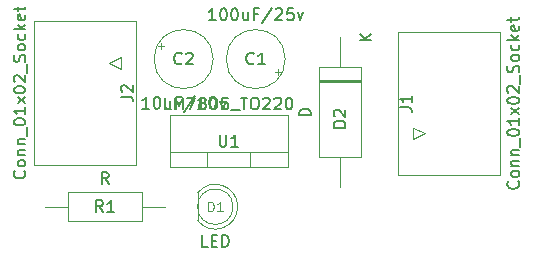
<source format=gbr>
G04 #@! TF.GenerationSoftware,KiCad,Pcbnew,9.0.7-1.fc43*
G04 #@! TF.CreationDate,2026-02-20T23:12:54+05:30*
G04 #@! TF.ProjectId,7805 voltage regulator,37383035-2076-46f6-9c74-616765207265,rev?*
G04 #@! TF.SameCoordinates,Original*
G04 #@! TF.FileFunction,AssemblyDrawing,Top*
%FSLAX46Y46*%
G04 Gerber Fmt 4.6, Leading zero omitted, Abs format (unit mm)*
G04 Created by KiCad (PCBNEW 9.0.7-1.fc43) date 2026-02-20 23:12:54*
%MOMM*%
%LPD*%
G01*
G04 APERTURE LIST*
%ADD10C,0.150000*%
%ADD11C,0.120000*%
%ADD12C,0.100000*%
G04 APERTURE END LIST*
D10*
X123134819Y-98261904D02*
X122134819Y-98261904D01*
X122134819Y-98261904D02*
X122134819Y-98023809D01*
X122134819Y-98023809D02*
X122182438Y-97880952D01*
X122182438Y-97880952D02*
X122277676Y-97785714D01*
X122277676Y-97785714D02*
X122372914Y-97738095D01*
X122372914Y-97738095D02*
X122563390Y-97690476D01*
X122563390Y-97690476D02*
X122706247Y-97690476D01*
X122706247Y-97690476D02*
X122896723Y-97738095D01*
X122896723Y-97738095D02*
X122991961Y-97785714D01*
X122991961Y-97785714D02*
X123087200Y-97880952D01*
X123087200Y-97880952D02*
X123134819Y-98023809D01*
X123134819Y-98023809D02*
X123134819Y-98261904D01*
X126054819Y-99308094D02*
X125054819Y-99308094D01*
X125054819Y-99308094D02*
X125054819Y-99069999D01*
X125054819Y-99069999D02*
X125102438Y-98927142D01*
X125102438Y-98927142D02*
X125197676Y-98831904D01*
X125197676Y-98831904D02*
X125292914Y-98784285D01*
X125292914Y-98784285D02*
X125483390Y-98736666D01*
X125483390Y-98736666D02*
X125626247Y-98736666D01*
X125626247Y-98736666D02*
X125816723Y-98784285D01*
X125816723Y-98784285D02*
X125911961Y-98831904D01*
X125911961Y-98831904D02*
X126007200Y-98927142D01*
X126007200Y-98927142D02*
X126054819Y-99069999D01*
X126054819Y-99069999D02*
X126054819Y-99308094D01*
X125150057Y-98355713D02*
X125102438Y-98308094D01*
X125102438Y-98308094D02*
X125054819Y-98212856D01*
X125054819Y-98212856D02*
X125054819Y-97974761D01*
X125054819Y-97974761D02*
X125102438Y-97879523D01*
X125102438Y-97879523D02*
X125150057Y-97831904D01*
X125150057Y-97831904D02*
X125245295Y-97784285D01*
X125245295Y-97784285D02*
X125340533Y-97784285D01*
X125340533Y-97784285D02*
X125483390Y-97831904D01*
X125483390Y-97831904D02*
X126054819Y-98403332D01*
X126054819Y-98403332D02*
X126054819Y-97784285D01*
X128254819Y-91911904D02*
X127254819Y-91911904D01*
X128254819Y-91340476D02*
X127683390Y-91769047D01*
X127254819Y-91340476D02*
X127826247Y-91911904D01*
X114387142Y-109414819D02*
X113910952Y-109414819D01*
X113910952Y-109414819D02*
X113910952Y-108414819D01*
X114720476Y-108891009D02*
X115053809Y-108891009D01*
X115196666Y-109414819D02*
X114720476Y-109414819D01*
X114720476Y-109414819D02*
X114720476Y-108414819D01*
X114720476Y-108414819D02*
X115196666Y-108414819D01*
X115625238Y-109414819D02*
X115625238Y-108414819D01*
X115625238Y-108414819D02*
X115863333Y-108414819D01*
X115863333Y-108414819D02*
X116006190Y-108462438D01*
X116006190Y-108462438D02*
X116101428Y-108557676D01*
X116101428Y-108557676D02*
X116149047Y-108652914D01*
X116149047Y-108652914D02*
X116196666Y-108843390D01*
X116196666Y-108843390D02*
X116196666Y-108986247D01*
X116196666Y-108986247D02*
X116149047Y-109176723D01*
X116149047Y-109176723D02*
X116101428Y-109271961D01*
X116101428Y-109271961D02*
X116006190Y-109367200D01*
X116006190Y-109367200D02*
X115863333Y-109414819D01*
X115863333Y-109414819D02*
X115625238Y-109414819D01*
D11*
X114439524Y-106363855D02*
X114439524Y-105563855D01*
X114439524Y-105563855D02*
X114630000Y-105563855D01*
X114630000Y-105563855D02*
X114744286Y-105601950D01*
X114744286Y-105601950D02*
X114820476Y-105678140D01*
X114820476Y-105678140D02*
X114858571Y-105754331D01*
X114858571Y-105754331D02*
X114896667Y-105906712D01*
X114896667Y-105906712D02*
X114896667Y-106020998D01*
X114896667Y-106020998D02*
X114858571Y-106173379D01*
X114858571Y-106173379D02*
X114820476Y-106249569D01*
X114820476Y-106249569D02*
X114744286Y-106325760D01*
X114744286Y-106325760D02*
X114630000Y-106363855D01*
X114630000Y-106363855D02*
X114439524Y-106363855D01*
X115658571Y-106363855D02*
X115201428Y-106363855D01*
X115430000Y-106363855D02*
X115430000Y-105563855D01*
X115430000Y-105563855D02*
X115353809Y-105678140D01*
X115353809Y-105678140D02*
X115277619Y-105754331D01*
X115277619Y-105754331D02*
X115201428Y-105792426D01*
D10*
X98859580Y-102955239D02*
X98907200Y-103002858D01*
X98907200Y-103002858D02*
X98954819Y-103145715D01*
X98954819Y-103145715D02*
X98954819Y-103240953D01*
X98954819Y-103240953D02*
X98907200Y-103383810D01*
X98907200Y-103383810D02*
X98811961Y-103479048D01*
X98811961Y-103479048D02*
X98716723Y-103526667D01*
X98716723Y-103526667D02*
X98526247Y-103574286D01*
X98526247Y-103574286D02*
X98383390Y-103574286D01*
X98383390Y-103574286D02*
X98192914Y-103526667D01*
X98192914Y-103526667D02*
X98097676Y-103479048D01*
X98097676Y-103479048D02*
X98002438Y-103383810D01*
X98002438Y-103383810D02*
X97954819Y-103240953D01*
X97954819Y-103240953D02*
X97954819Y-103145715D01*
X97954819Y-103145715D02*
X98002438Y-103002858D01*
X98002438Y-103002858D02*
X98050057Y-102955239D01*
X98954819Y-102383810D02*
X98907200Y-102479048D01*
X98907200Y-102479048D02*
X98859580Y-102526667D01*
X98859580Y-102526667D02*
X98764342Y-102574286D01*
X98764342Y-102574286D02*
X98478628Y-102574286D01*
X98478628Y-102574286D02*
X98383390Y-102526667D01*
X98383390Y-102526667D02*
X98335771Y-102479048D01*
X98335771Y-102479048D02*
X98288152Y-102383810D01*
X98288152Y-102383810D02*
X98288152Y-102240953D01*
X98288152Y-102240953D02*
X98335771Y-102145715D01*
X98335771Y-102145715D02*
X98383390Y-102098096D01*
X98383390Y-102098096D02*
X98478628Y-102050477D01*
X98478628Y-102050477D02*
X98764342Y-102050477D01*
X98764342Y-102050477D02*
X98859580Y-102098096D01*
X98859580Y-102098096D02*
X98907200Y-102145715D01*
X98907200Y-102145715D02*
X98954819Y-102240953D01*
X98954819Y-102240953D02*
X98954819Y-102383810D01*
X98288152Y-101621905D02*
X98954819Y-101621905D01*
X98383390Y-101621905D02*
X98335771Y-101574286D01*
X98335771Y-101574286D02*
X98288152Y-101479048D01*
X98288152Y-101479048D02*
X98288152Y-101336191D01*
X98288152Y-101336191D02*
X98335771Y-101240953D01*
X98335771Y-101240953D02*
X98431009Y-101193334D01*
X98431009Y-101193334D02*
X98954819Y-101193334D01*
X98288152Y-100717143D02*
X98954819Y-100717143D01*
X98383390Y-100717143D02*
X98335771Y-100669524D01*
X98335771Y-100669524D02*
X98288152Y-100574286D01*
X98288152Y-100574286D02*
X98288152Y-100431429D01*
X98288152Y-100431429D02*
X98335771Y-100336191D01*
X98335771Y-100336191D02*
X98431009Y-100288572D01*
X98431009Y-100288572D02*
X98954819Y-100288572D01*
X99050057Y-100050477D02*
X99050057Y-99288572D01*
X97954819Y-98860000D02*
X97954819Y-98764762D01*
X97954819Y-98764762D02*
X98002438Y-98669524D01*
X98002438Y-98669524D02*
X98050057Y-98621905D01*
X98050057Y-98621905D02*
X98145295Y-98574286D01*
X98145295Y-98574286D02*
X98335771Y-98526667D01*
X98335771Y-98526667D02*
X98573866Y-98526667D01*
X98573866Y-98526667D02*
X98764342Y-98574286D01*
X98764342Y-98574286D02*
X98859580Y-98621905D01*
X98859580Y-98621905D02*
X98907200Y-98669524D01*
X98907200Y-98669524D02*
X98954819Y-98764762D01*
X98954819Y-98764762D02*
X98954819Y-98860000D01*
X98954819Y-98860000D02*
X98907200Y-98955238D01*
X98907200Y-98955238D02*
X98859580Y-99002857D01*
X98859580Y-99002857D02*
X98764342Y-99050476D01*
X98764342Y-99050476D02*
X98573866Y-99098095D01*
X98573866Y-99098095D02*
X98335771Y-99098095D01*
X98335771Y-99098095D02*
X98145295Y-99050476D01*
X98145295Y-99050476D02*
X98050057Y-99002857D01*
X98050057Y-99002857D02*
X98002438Y-98955238D01*
X98002438Y-98955238D02*
X97954819Y-98860000D01*
X98954819Y-97574286D02*
X98954819Y-98145714D01*
X98954819Y-97860000D02*
X97954819Y-97860000D01*
X97954819Y-97860000D02*
X98097676Y-97955238D01*
X98097676Y-97955238D02*
X98192914Y-98050476D01*
X98192914Y-98050476D02*
X98240533Y-98145714D01*
X98954819Y-97240952D02*
X98288152Y-96717143D01*
X98288152Y-97240952D02*
X98954819Y-96717143D01*
X97954819Y-96145714D02*
X97954819Y-96050476D01*
X97954819Y-96050476D02*
X98002438Y-95955238D01*
X98002438Y-95955238D02*
X98050057Y-95907619D01*
X98050057Y-95907619D02*
X98145295Y-95860000D01*
X98145295Y-95860000D02*
X98335771Y-95812381D01*
X98335771Y-95812381D02*
X98573866Y-95812381D01*
X98573866Y-95812381D02*
X98764342Y-95860000D01*
X98764342Y-95860000D02*
X98859580Y-95907619D01*
X98859580Y-95907619D02*
X98907200Y-95955238D01*
X98907200Y-95955238D02*
X98954819Y-96050476D01*
X98954819Y-96050476D02*
X98954819Y-96145714D01*
X98954819Y-96145714D02*
X98907200Y-96240952D01*
X98907200Y-96240952D02*
X98859580Y-96288571D01*
X98859580Y-96288571D02*
X98764342Y-96336190D01*
X98764342Y-96336190D02*
X98573866Y-96383809D01*
X98573866Y-96383809D02*
X98335771Y-96383809D01*
X98335771Y-96383809D02*
X98145295Y-96336190D01*
X98145295Y-96336190D02*
X98050057Y-96288571D01*
X98050057Y-96288571D02*
X98002438Y-96240952D01*
X98002438Y-96240952D02*
X97954819Y-96145714D01*
X98050057Y-95431428D02*
X98002438Y-95383809D01*
X98002438Y-95383809D02*
X97954819Y-95288571D01*
X97954819Y-95288571D02*
X97954819Y-95050476D01*
X97954819Y-95050476D02*
X98002438Y-94955238D01*
X98002438Y-94955238D02*
X98050057Y-94907619D01*
X98050057Y-94907619D02*
X98145295Y-94860000D01*
X98145295Y-94860000D02*
X98240533Y-94860000D01*
X98240533Y-94860000D02*
X98383390Y-94907619D01*
X98383390Y-94907619D02*
X98954819Y-95479047D01*
X98954819Y-95479047D02*
X98954819Y-94860000D01*
X99050057Y-94669524D02*
X99050057Y-93907619D01*
X98907200Y-93717142D02*
X98954819Y-93574285D01*
X98954819Y-93574285D02*
X98954819Y-93336190D01*
X98954819Y-93336190D02*
X98907200Y-93240952D01*
X98907200Y-93240952D02*
X98859580Y-93193333D01*
X98859580Y-93193333D02*
X98764342Y-93145714D01*
X98764342Y-93145714D02*
X98669104Y-93145714D01*
X98669104Y-93145714D02*
X98573866Y-93193333D01*
X98573866Y-93193333D02*
X98526247Y-93240952D01*
X98526247Y-93240952D02*
X98478628Y-93336190D01*
X98478628Y-93336190D02*
X98431009Y-93526666D01*
X98431009Y-93526666D02*
X98383390Y-93621904D01*
X98383390Y-93621904D02*
X98335771Y-93669523D01*
X98335771Y-93669523D02*
X98240533Y-93717142D01*
X98240533Y-93717142D02*
X98145295Y-93717142D01*
X98145295Y-93717142D02*
X98050057Y-93669523D01*
X98050057Y-93669523D02*
X98002438Y-93621904D01*
X98002438Y-93621904D02*
X97954819Y-93526666D01*
X97954819Y-93526666D02*
X97954819Y-93288571D01*
X97954819Y-93288571D02*
X98002438Y-93145714D01*
X98954819Y-92574285D02*
X98907200Y-92669523D01*
X98907200Y-92669523D02*
X98859580Y-92717142D01*
X98859580Y-92717142D02*
X98764342Y-92764761D01*
X98764342Y-92764761D02*
X98478628Y-92764761D01*
X98478628Y-92764761D02*
X98383390Y-92717142D01*
X98383390Y-92717142D02*
X98335771Y-92669523D01*
X98335771Y-92669523D02*
X98288152Y-92574285D01*
X98288152Y-92574285D02*
X98288152Y-92431428D01*
X98288152Y-92431428D02*
X98335771Y-92336190D01*
X98335771Y-92336190D02*
X98383390Y-92288571D01*
X98383390Y-92288571D02*
X98478628Y-92240952D01*
X98478628Y-92240952D02*
X98764342Y-92240952D01*
X98764342Y-92240952D02*
X98859580Y-92288571D01*
X98859580Y-92288571D02*
X98907200Y-92336190D01*
X98907200Y-92336190D02*
X98954819Y-92431428D01*
X98954819Y-92431428D02*
X98954819Y-92574285D01*
X98907200Y-91383809D02*
X98954819Y-91479047D01*
X98954819Y-91479047D02*
X98954819Y-91669523D01*
X98954819Y-91669523D02*
X98907200Y-91764761D01*
X98907200Y-91764761D02*
X98859580Y-91812380D01*
X98859580Y-91812380D02*
X98764342Y-91859999D01*
X98764342Y-91859999D02*
X98478628Y-91859999D01*
X98478628Y-91859999D02*
X98383390Y-91812380D01*
X98383390Y-91812380D02*
X98335771Y-91764761D01*
X98335771Y-91764761D02*
X98288152Y-91669523D01*
X98288152Y-91669523D02*
X98288152Y-91479047D01*
X98288152Y-91479047D02*
X98335771Y-91383809D01*
X98954819Y-90955237D02*
X97954819Y-90955237D01*
X98573866Y-90859999D02*
X98954819Y-90574285D01*
X98288152Y-90574285D02*
X98669104Y-90955237D01*
X98907200Y-89764761D02*
X98954819Y-89859999D01*
X98954819Y-89859999D02*
X98954819Y-90050475D01*
X98954819Y-90050475D02*
X98907200Y-90145713D01*
X98907200Y-90145713D02*
X98811961Y-90193332D01*
X98811961Y-90193332D02*
X98431009Y-90193332D01*
X98431009Y-90193332D02*
X98335771Y-90145713D01*
X98335771Y-90145713D02*
X98288152Y-90050475D01*
X98288152Y-90050475D02*
X98288152Y-89859999D01*
X98288152Y-89859999D02*
X98335771Y-89764761D01*
X98335771Y-89764761D02*
X98431009Y-89717142D01*
X98431009Y-89717142D02*
X98526247Y-89717142D01*
X98526247Y-89717142D02*
X98621485Y-90193332D01*
X98288152Y-89431427D02*
X98288152Y-89050475D01*
X97954819Y-89288570D02*
X98811961Y-89288570D01*
X98811961Y-89288570D02*
X98907200Y-89240951D01*
X98907200Y-89240951D02*
X98954819Y-89145713D01*
X98954819Y-89145713D02*
X98954819Y-89050475D01*
X107054819Y-96693333D02*
X107769104Y-96693333D01*
X107769104Y-96693333D02*
X107911961Y-96740952D01*
X107911961Y-96740952D02*
X108007200Y-96836190D01*
X108007200Y-96836190D02*
X108054819Y-96979047D01*
X108054819Y-96979047D02*
X108054819Y-97074285D01*
X107150057Y-96264761D02*
X107102438Y-96217142D01*
X107102438Y-96217142D02*
X107054819Y-96121904D01*
X107054819Y-96121904D02*
X107054819Y-95883809D01*
X107054819Y-95883809D02*
X107102438Y-95788571D01*
X107102438Y-95788571D02*
X107150057Y-95740952D01*
X107150057Y-95740952D02*
X107245295Y-95693333D01*
X107245295Y-95693333D02*
X107340533Y-95693333D01*
X107340533Y-95693333D02*
X107483390Y-95740952D01*
X107483390Y-95740952D02*
X108054819Y-96312380D01*
X108054819Y-96312380D02*
X108054819Y-95693333D01*
X105989523Y-104084819D02*
X105656190Y-103608628D01*
X105418095Y-104084819D02*
X105418095Y-103084819D01*
X105418095Y-103084819D02*
X105799047Y-103084819D01*
X105799047Y-103084819D02*
X105894285Y-103132438D01*
X105894285Y-103132438D02*
X105941904Y-103180057D01*
X105941904Y-103180057D02*
X105989523Y-103275295D01*
X105989523Y-103275295D02*
X105989523Y-103418152D01*
X105989523Y-103418152D02*
X105941904Y-103513390D01*
X105941904Y-103513390D02*
X105894285Y-103561009D01*
X105894285Y-103561009D02*
X105799047Y-103608628D01*
X105799047Y-103608628D02*
X105418095Y-103608628D01*
X105513333Y-106454819D02*
X105180000Y-105978628D01*
X104941905Y-106454819D02*
X104941905Y-105454819D01*
X104941905Y-105454819D02*
X105322857Y-105454819D01*
X105322857Y-105454819D02*
X105418095Y-105502438D01*
X105418095Y-105502438D02*
X105465714Y-105550057D01*
X105465714Y-105550057D02*
X105513333Y-105645295D01*
X105513333Y-105645295D02*
X105513333Y-105788152D01*
X105513333Y-105788152D02*
X105465714Y-105883390D01*
X105465714Y-105883390D02*
X105418095Y-105931009D01*
X105418095Y-105931009D02*
X105322857Y-105978628D01*
X105322857Y-105978628D02*
X104941905Y-105978628D01*
X106465714Y-106454819D02*
X105894286Y-106454819D01*
X106180000Y-106454819D02*
X106180000Y-105454819D01*
X106180000Y-105454819D02*
X106084762Y-105597676D01*
X106084762Y-105597676D02*
X105989524Y-105692914D01*
X105989524Y-105692914D02*
X105894286Y-105740533D01*
X140659580Y-103855239D02*
X140707200Y-103902858D01*
X140707200Y-103902858D02*
X140754819Y-104045715D01*
X140754819Y-104045715D02*
X140754819Y-104140953D01*
X140754819Y-104140953D02*
X140707200Y-104283810D01*
X140707200Y-104283810D02*
X140611961Y-104379048D01*
X140611961Y-104379048D02*
X140516723Y-104426667D01*
X140516723Y-104426667D02*
X140326247Y-104474286D01*
X140326247Y-104474286D02*
X140183390Y-104474286D01*
X140183390Y-104474286D02*
X139992914Y-104426667D01*
X139992914Y-104426667D02*
X139897676Y-104379048D01*
X139897676Y-104379048D02*
X139802438Y-104283810D01*
X139802438Y-104283810D02*
X139754819Y-104140953D01*
X139754819Y-104140953D02*
X139754819Y-104045715D01*
X139754819Y-104045715D02*
X139802438Y-103902858D01*
X139802438Y-103902858D02*
X139850057Y-103855239D01*
X140754819Y-103283810D02*
X140707200Y-103379048D01*
X140707200Y-103379048D02*
X140659580Y-103426667D01*
X140659580Y-103426667D02*
X140564342Y-103474286D01*
X140564342Y-103474286D02*
X140278628Y-103474286D01*
X140278628Y-103474286D02*
X140183390Y-103426667D01*
X140183390Y-103426667D02*
X140135771Y-103379048D01*
X140135771Y-103379048D02*
X140088152Y-103283810D01*
X140088152Y-103283810D02*
X140088152Y-103140953D01*
X140088152Y-103140953D02*
X140135771Y-103045715D01*
X140135771Y-103045715D02*
X140183390Y-102998096D01*
X140183390Y-102998096D02*
X140278628Y-102950477D01*
X140278628Y-102950477D02*
X140564342Y-102950477D01*
X140564342Y-102950477D02*
X140659580Y-102998096D01*
X140659580Y-102998096D02*
X140707200Y-103045715D01*
X140707200Y-103045715D02*
X140754819Y-103140953D01*
X140754819Y-103140953D02*
X140754819Y-103283810D01*
X140088152Y-102521905D02*
X140754819Y-102521905D01*
X140183390Y-102521905D02*
X140135771Y-102474286D01*
X140135771Y-102474286D02*
X140088152Y-102379048D01*
X140088152Y-102379048D02*
X140088152Y-102236191D01*
X140088152Y-102236191D02*
X140135771Y-102140953D01*
X140135771Y-102140953D02*
X140231009Y-102093334D01*
X140231009Y-102093334D02*
X140754819Y-102093334D01*
X140088152Y-101617143D02*
X140754819Y-101617143D01*
X140183390Y-101617143D02*
X140135771Y-101569524D01*
X140135771Y-101569524D02*
X140088152Y-101474286D01*
X140088152Y-101474286D02*
X140088152Y-101331429D01*
X140088152Y-101331429D02*
X140135771Y-101236191D01*
X140135771Y-101236191D02*
X140231009Y-101188572D01*
X140231009Y-101188572D02*
X140754819Y-101188572D01*
X140850057Y-100950477D02*
X140850057Y-100188572D01*
X139754819Y-99760000D02*
X139754819Y-99664762D01*
X139754819Y-99664762D02*
X139802438Y-99569524D01*
X139802438Y-99569524D02*
X139850057Y-99521905D01*
X139850057Y-99521905D02*
X139945295Y-99474286D01*
X139945295Y-99474286D02*
X140135771Y-99426667D01*
X140135771Y-99426667D02*
X140373866Y-99426667D01*
X140373866Y-99426667D02*
X140564342Y-99474286D01*
X140564342Y-99474286D02*
X140659580Y-99521905D01*
X140659580Y-99521905D02*
X140707200Y-99569524D01*
X140707200Y-99569524D02*
X140754819Y-99664762D01*
X140754819Y-99664762D02*
X140754819Y-99760000D01*
X140754819Y-99760000D02*
X140707200Y-99855238D01*
X140707200Y-99855238D02*
X140659580Y-99902857D01*
X140659580Y-99902857D02*
X140564342Y-99950476D01*
X140564342Y-99950476D02*
X140373866Y-99998095D01*
X140373866Y-99998095D02*
X140135771Y-99998095D01*
X140135771Y-99998095D02*
X139945295Y-99950476D01*
X139945295Y-99950476D02*
X139850057Y-99902857D01*
X139850057Y-99902857D02*
X139802438Y-99855238D01*
X139802438Y-99855238D02*
X139754819Y-99760000D01*
X140754819Y-98474286D02*
X140754819Y-99045714D01*
X140754819Y-98760000D02*
X139754819Y-98760000D01*
X139754819Y-98760000D02*
X139897676Y-98855238D01*
X139897676Y-98855238D02*
X139992914Y-98950476D01*
X139992914Y-98950476D02*
X140040533Y-99045714D01*
X140754819Y-98140952D02*
X140088152Y-97617143D01*
X140088152Y-98140952D02*
X140754819Y-97617143D01*
X139754819Y-97045714D02*
X139754819Y-96950476D01*
X139754819Y-96950476D02*
X139802438Y-96855238D01*
X139802438Y-96855238D02*
X139850057Y-96807619D01*
X139850057Y-96807619D02*
X139945295Y-96760000D01*
X139945295Y-96760000D02*
X140135771Y-96712381D01*
X140135771Y-96712381D02*
X140373866Y-96712381D01*
X140373866Y-96712381D02*
X140564342Y-96760000D01*
X140564342Y-96760000D02*
X140659580Y-96807619D01*
X140659580Y-96807619D02*
X140707200Y-96855238D01*
X140707200Y-96855238D02*
X140754819Y-96950476D01*
X140754819Y-96950476D02*
X140754819Y-97045714D01*
X140754819Y-97045714D02*
X140707200Y-97140952D01*
X140707200Y-97140952D02*
X140659580Y-97188571D01*
X140659580Y-97188571D02*
X140564342Y-97236190D01*
X140564342Y-97236190D02*
X140373866Y-97283809D01*
X140373866Y-97283809D02*
X140135771Y-97283809D01*
X140135771Y-97283809D02*
X139945295Y-97236190D01*
X139945295Y-97236190D02*
X139850057Y-97188571D01*
X139850057Y-97188571D02*
X139802438Y-97140952D01*
X139802438Y-97140952D02*
X139754819Y-97045714D01*
X139850057Y-96331428D02*
X139802438Y-96283809D01*
X139802438Y-96283809D02*
X139754819Y-96188571D01*
X139754819Y-96188571D02*
X139754819Y-95950476D01*
X139754819Y-95950476D02*
X139802438Y-95855238D01*
X139802438Y-95855238D02*
X139850057Y-95807619D01*
X139850057Y-95807619D02*
X139945295Y-95760000D01*
X139945295Y-95760000D02*
X140040533Y-95760000D01*
X140040533Y-95760000D02*
X140183390Y-95807619D01*
X140183390Y-95807619D02*
X140754819Y-96379047D01*
X140754819Y-96379047D02*
X140754819Y-95760000D01*
X140850057Y-95569524D02*
X140850057Y-94807619D01*
X140707200Y-94617142D02*
X140754819Y-94474285D01*
X140754819Y-94474285D02*
X140754819Y-94236190D01*
X140754819Y-94236190D02*
X140707200Y-94140952D01*
X140707200Y-94140952D02*
X140659580Y-94093333D01*
X140659580Y-94093333D02*
X140564342Y-94045714D01*
X140564342Y-94045714D02*
X140469104Y-94045714D01*
X140469104Y-94045714D02*
X140373866Y-94093333D01*
X140373866Y-94093333D02*
X140326247Y-94140952D01*
X140326247Y-94140952D02*
X140278628Y-94236190D01*
X140278628Y-94236190D02*
X140231009Y-94426666D01*
X140231009Y-94426666D02*
X140183390Y-94521904D01*
X140183390Y-94521904D02*
X140135771Y-94569523D01*
X140135771Y-94569523D02*
X140040533Y-94617142D01*
X140040533Y-94617142D02*
X139945295Y-94617142D01*
X139945295Y-94617142D02*
X139850057Y-94569523D01*
X139850057Y-94569523D02*
X139802438Y-94521904D01*
X139802438Y-94521904D02*
X139754819Y-94426666D01*
X139754819Y-94426666D02*
X139754819Y-94188571D01*
X139754819Y-94188571D02*
X139802438Y-94045714D01*
X140754819Y-93474285D02*
X140707200Y-93569523D01*
X140707200Y-93569523D02*
X140659580Y-93617142D01*
X140659580Y-93617142D02*
X140564342Y-93664761D01*
X140564342Y-93664761D02*
X140278628Y-93664761D01*
X140278628Y-93664761D02*
X140183390Y-93617142D01*
X140183390Y-93617142D02*
X140135771Y-93569523D01*
X140135771Y-93569523D02*
X140088152Y-93474285D01*
X140088152Y-93474285D02*
X140088152Y-93331428D01*
X140088152Y-93331428D02*
X140135771Y-93236190D01*
X140135771Y-93236190D02*
X140183390Y-93188571D01*
X140183390Y-93188571D02*
X140278628Y-93140952D01*
X140278628Y-93140952D02*
X140564342Y-93140952D01*
X140564342Y-93140952D02*
X140659580Y-93188571D01*
X140659580Y-93188571D02*
X140707200Y-93236190D01*
X140707200Y-93236190D02*
X140754819Y-93331428D01*
X140754819Y-93331428D02*
X140754819Y-93474285D01*
X140707200Y-92283809D02*
X140754819Y-92379047D01*
X140754819Y-92379047D02*
X140754819Y-92569523D01*
X140754819Y-92569523D02*
X140707200Y-92664761D01*
X140707200Y-92664761D02*
X140659580Y-92712380D01*
X140659580Y-92712380D02*
X140564342Y-92759999D01*
X140564342Y-92759999D02*
X140278628Y-92759999D01*
X140278628Y-92759999D02*
X140183390Y-92712380D01*
X140183390Y-92712380D02*
X140135771Y-92664761D01*
X140135771Y-92664761D02*
X140088152Y-92569523D01*
X140088152Y-92569523D02*
X140088152Y-92379047D01*
X140088152Y-92379047D02*
X140135771Y-92283809D01*
X140754819Y-91855237D02*
X139754819Y-91855237D01*
X140373866Y-91759999D02*
X140754819Y-91474285D01*
X140088152Y-91474285D02*
X140469104Y-91855237D01*
X140707200Y-90664761D02*
X140754819Y-90759999D01*
X140754819Y-90759999D02*
X140754819Y-90950475D01*
X140754819Y-90950475D02*
X140707200Y-91045713D01*
X140707200Y-91045713D02*
X140611961Y-91093332D01*
X140611961Y-91093332D02*
X140231009Y-91093332D01*
X140231009Y-91093332D02*
X140135771Y-91045713D01*
X140135771Y-91045713D02*
X140088152Y-90950475D01*
X140088152Y-90950475D02*
X140088152Y-90759999D01*
X140088152Y-90759999D02*
X140135771Y-90664761D01*
X140135771Y-90664761D02*
X140231009Y-90617142D01*
X140231009Y-90617142D02*
X140326247Y-90617142D01*
X140326247Y-90617142D02*
X140421485Y-91093332D01*
X140088152Y-90331427D02*
X140088152Y-89950475D01*
X139754819Y-90188570D02*
X140611961Y-90188570D01*
X140611961Y-90188570D02*
X140707200Y-90140951D01*
X140707200Y-90140951D02*
X140754819Y-90045713D01*
X140754819Y-90045713D02*
X140754819Y-89950475D01*
X130654819Y-97593333D02*
X131369104Y-97593333D01*
X131369104Y-97593333D02*
X131511961Y-97640952D01*
X131511961Y-97640952D02*
X131607200Y-97736190D01*
X131607200Y-97736190D02*
X131654819Y-97879047D01*
X131654819Y-97879047D02*
X131654819Y-97974285D01*
X131654819Y-96593333D02*
X131654819Y-97164761D01*
X131654819Y-96879047D02*
X130654819Y-96879047D01*
X130654819Y-96879047D02*
X130797676Y-96974285D01*
X130797676Y-96974285D02*
X130892914Y-97069523D01*
X130892914Y-97069523D02*
X130940533Y-97164761D01*
X115050337Y-90204819D02*
X114478909Y-90204819D01*
X114764623Y-90204819D02*
X114764623Y-89204819D01*
X114764623Y-89204819D02*
X114669385Y-89347676D01*
X114669385Y-89347676D02*
X114574147Y-89442914D01*
X114574147Y-89442914D02*
X114478909Y-89490533D01*
X115669385Y-89204819D02*
X115764623Y-89204819D01*
X115764623Y-89204819D02*
X115859861Y-89252438D01*
X115859861Y-89252438D02*
X115907480Y-89300057D01*
X115907480Y-89300057D02*
X115955099Y-89395295D01*
X115955099Y-89395295D02*
X116002718Y-89585771D01*
X116002718Y-89585771D02*
X116002718Y-89823866D01*
X116002718Y-89823866D02*
X115955099Y-90014342D01*
X115955099Y-90014342D02*
X115907480Y-90109580D01*
X115907480Y-90109580D02*
X115859861Y-90157200D01*
X115859861Y-90157200D02*
X115764623Y-90204819D01*
X115764623Y-90204819D02*
X115669385Y-90204819D01*
X115669385Y-90204819D02*
X115574147Y-90157200D01*
X115574147Y-90157200D02*
X115526528Y-90109580D01*
X115526528Y-90109580D02*
X115478909Y-90014342D01*
X115478909Y-90014342D02*
X115431290Y-89823866D01*
X115431290Y-89823866D02*
X115431290Y-89585771D01*
X115431290Y-89585771D02*
X115478909Y-89395295D01*
X115478909Y-89395295D02*
X115526528Y-89300057D01*
X115526528Y-89300057D02*
X115574147Y-89252438D01*
X115574147Y-89252438D02*
X115669385Y-89204819D01*
X116621766Y-89204819D02*
X116717004Y-89204819D01*
X116717004Y-89204819D02*
X116812242Y-89252438D01*
X116812242Y-89252438D02*
X116859861Y-89300057D01*
X116859861Y-89300057D02*
X116907480Y-89395295D01*
X116907480Y-89395295D02*
X116955099Y-89585771D01*
X116955099Y-89585771D02*
X116955099Y-89823866D01*
X116955099Y-89823866D02*
X116907480Y-90014342D01*
X116907480Y-90014342D02*
X116859861Y-90109580D01*
X116859861Y-90109580D02*
X116812242Y-90157200D01*
X116812242Y-90157200D02*
X116717004Y-90204819D01*
X116717004Y-90204819D02*
X116621766Y-90204819D01*
X116621766Y-90204819D02*
X116526528Y-90157200D01*
X116526528Y-90157200D02*
X116478909Y-90109580D01*
X116478909Y-90109580D02*
X116431290Y-90014342D01*
X116431290Y-90014342D02*
X116383671Y-89823866D01*
X116383671Y-89823866D02*
X116383671Y-89585771D01*
X116383671Y-89585771D02*
X116431290Y-89395295D01*
X116431290Y-89395295D02*
X116478909Y-89300057D01*
X116478909Y-89300057D02*
X116526528Y-89252438D01*
X116526528Y-89252438D02*
X116621766Y-89204819D01*
X117812242Y-89538152D02*
X117812242Y-90204819D01*
X117383671Y-89538152D02*
X117383671Y-90061961D01*
X117383671Y-90061961D02*
X117431290Y-90157200D01*
X117431290Y-90157200D02*
X117526528Y-90204819D01*
X117526528Y-90204819D02*
X117669385Y-90204819D01*
X117669385Y-90204819D02*
X117764623Y-90157200D01*
X117764623Y-90157200D02*
X117812242Y-90109580D01*
X118621766Y-89681009D02*
X118288433Y-89681009D01*
X118288433Y-90204819D02*
X118288433Y-89204819D01*
X118288433Y-89204819D02*
X118764623Y-89204819D01*
X119859861Y-89157200D02*
X119002719Y-90442914D01*
X120145576Y-89300057D02*
X120193195Y-89252438D01*
X120193195Y-89252438D02*
X120288433Y-89204819D01*
X120288433Y-89204819D02*
X120526528Y-89204819D01*
X120526528Y-89204819D02*
X120621766Y-89252438D01*
X120621766Y-89252438D02*
X120669385Y-89300057D01*
X120669385Y-89300057D02*
X120717004Y-89395295D01*
X120717004Y-89395295D02*
X120717004Y-89490533D01*
X120717004Y-89490533D02*
X120669385Y-89633390D01*
X120669385Y-89633390D02*
X120097957Y-90204819D01*
X120097957Y-90204819D02*
X120717004Y-90204819D01*
X121621766Y-89204819D02*
X121145576Y-89204819D01*
X121145576Y-89204819D02*
X121097957Y-89681009D01*
X121097957Y-89681009D02*
X121145576Y-89633390D01*
X121145576Y-89633390D02*
X121240814Y-89585771D01*
X121240814Y-89585771D02*
X121478909Y-89585771D01*
X121478909Y-89585771D02*
X121574147Y-89633390D01*
X121574147Y-89633390D02*
X121621766Y-89681009D01*
X121621766Y-89681009D02*
X121669385Y-89776247D01*
X121669385Y-89776247D02*
X121669385Y-90014342D01*
X121669385Y-90014342D02*
X121621766Y-90109580D01*
X121621766Y-90109580D02*
X121574147Y-90157200D01*
X121574147Y-90157200D02*
X121478909Y-90204819D01*
X121478909Y-90204819D02*
X121240814Y-90204819D01*
X121240814Y-90204819D02*
X121145576Y-90157200D01*
X121145576Y-90157200D02*
X121097957Y-90109580D01*
X122002719Y-89538152D02*
X122240814Y-90204819D01*
X122240814Y-90204819D02*
X122478909Y-89538152D01*
X118288433Y-93859580D02*
X118240814Y-93907200D01*
X118240814Y-93907200D02*
X118097957Y-93954819D01*
X118097957Y-93954819D02*
X118002719Y-93954819D01*
X118002719Y-93954819D02*
X117859862Y-93907200D01*
X117859862Y-93907200D02*
X117764624Y-93811961D01*
X117764624Y-93811961D02*
X117717005Y-93716723D01*
X117717005Y-93716723D02*
X117669386Y-93526247D01*
X117669386Y-93526247D02*
X117669386Y-93383390D01*
X117669386Y-93383390D02*
X117717005Y-93192914D01*
X117717005Y-93192914D02*
X117764624Y-93097676D01*
X117764624Y-93097676D02*
X117859862Y-93002438D01*
X117859862Y-93002438D02*
X118002719Y-92954819D01*
X118002719Y-92954819D02*
X118097957Y-92954819D01*
X118097957Y-92954819D02*
X118240814Y-93002438D01*
X118240814Y-93002438D02*
X118288433Y-93050057D01*
X119240814Y-93954819D02*
X118669386Y-93954819D01*
X118955100Y-93954819D02*
X118955100Y-92954819D01*
X118955100Y-92954819D02*
X118859862Y-93097676D01*
X118859862Y-93097676D02*
X118764624Y-93192914D01*
X118764624Y-93192914D02*
X118669386Y-93240533D01*
X109421428Y-97704819D02*
X108850000Y-97704819D01*
X109135714Y-97704819D02*
X109135714Y-96704819D01*
X109135714Y-96704819D02*
X109040476Y-96847676D01*
X109040476Y-96847676D02*
X108945238Y-96942914D01*
X108945238Y-96942914D02*
X108850000Y-96990533D01*
X110040476Y-96704819D02*
X110135714Y-96704819D01*
X110135714Y-96704819D02*
X110230952Y-96752438D01*
X110230952Y-96752438D02*
X110278571Y-96800057D01*
X110278571Y-96800057D02*
X110326190Y-96895295D01*
X110326190Y-96895295D02*
X110373809Y-97085771D01*
X110373809Y-97085771D02*
X110373809Y-97323866D01*
X110373809Y-97323866D02*
X110326190Y-97514342D01*
X110326190Y-97514342D02*
X110278571Y-97609580D01*
X110278571Y-97609580D02*
X110230952Y-97657200D01*
X110230952Y-97657200D02*
X110135714Y-97704819D01*
X110135714Y-97704819D02*
X110040476Y-97704819D01*
X110040476Y-97704819D02*
X109945238Y-97657200D01*
X109945238Y-97657200D02*
X109897619Y-97609580D01*
X109897619Y-97609580D02*
X109850000Y-97514342D01*
X109850000Y-97514342D02*
X109802381Y-97323866D01*
X109802381Y-97323866D02*
X109802381Y-97085771D01*
X109802381Y-97085771D02*
X109850000Y-96895295D01*
X109850000Y-96895295D02*
X109897619Y-96800057D01*
X109897619Y-96800057D02*
X109945238Y-96752438D01*
X109945238Y-96752438D02*
X110040476Y-96704819D01*
X111230952Y-97038152D02*
X111230952Y-97704819D01*
X110802381Y-97038152D02*
X110802381Y-97561961D01*
X110802381Y-97561961D02*
X110850000Y-97657200D01*
X110850000Y-97657200D02*
X110945238Y-97704819D01*
X110945238Y-97704819D02*
X111088095Y-97704819D01*
X111088095Y-97704819D02*
X111183333Y-97657200D01*
X111183333Y-97657200D02*
X111230952Y-97609580D01*
X112040476Y-97181009D02*
X111707143Y-97181009D01*
X111707143Y-97704819D02*
X111707143Y-96704819D01*
X111707143Y-96704819D02*
X112183333Y-96704819D01*
X113278571Y-96657200D02*
X112421429Y-97942914D01*
X114135714Y-97704819D02*
X113564286Y-97704819D01*
X113850000Y-97704819D02*
X113850000Y-96704819D01*
X113850000Y-96704819D02*
X113754762Y-96847676D01*
X113754762Y-96847676D02*
X113659524Y-96942914D01*
X113659524Y-96942914D02*
X113564286Y-96990533D01*
X114754762Y-96704819D02*
X114850000Y-96704819D01*
X114850000Y-96704819D02*
X114945238Y-96752438D01*
X114945238Y-96752438D02*
X114992857Y-96800057D01*
X114992857Y-96800057D02*
X115040476Y-96895295D01*
X115040476Y-96895295D02*
X115088095Y-97085771D01*
X115088095Y-97085771D02*
X115088095Y-97323866D01*
X115088095Y-97323866D02*
X115040476Y-97514342D01*
X115040476Y-97514342D02*
X114992857Y-97609580D01*
X114992857Y-97609580D02*
X114945238Y-97657200D01*
X114945238Y-97657200D02*
X114850000Y-97704819D01*
X114850000Y-97704819D02*
X114754762Y-97704819D01*
X114754762Y-97704819D02*
X114659524Y-97657200D01*
X114659524Y-97657200D02*
X114611905Y-97609580D01*
X114611905Y-97609580D02*
X114564286Y-97514342D01*
X114564286Y-97514342D02*
X114516667Y-97323866D01*
X114516667Y-97323866D02*
X114516667Y-97085771D01*
X114516667Y-97085771D02*
X114564286Y-96895295D01*
X114564286Y-96895295D02*
X114611905Y-96800057D01*
X114611905Y-96800057D02*
X114659524Y-96752438D01*
X114659524Y-96752438D02*
X114754762Y-96704819D01*
X115421429Y-97038152D02*
X115659524Y-97704819D01*
X115659524Y-97704819D02*
X115897619Y-97038152D01*
X112183333Y-93859580D02*
X112135714Y-93907200D01*
X112135714Y-93907200D02*
X111992857Y-93954819D01*
X111992857Y-93954819D02*
X111897619Y-93954819D01*
X111897619Y-93954819D02*
X111754762Y-93907200D01*
X111754762Y-93907200D02*
X111659524Y-93811961D01*
X111659524Y-93811961D02*
X111611905Y-93716723D01*
X111611905Y-93716723D02*
X111564286Y-93526247D01*
X111564286Y-93526247D02*
X111564286Y-93383390D01*
X111564286Y-93383390D02*
X111611905Y-93192914D01*
X111611905Y-93192914D02*
X111659524Y-93097676D01*
X111659524Y-93097676D02*
X111754762Y-93002438D01*
X111754762Y-93002438D02*
X111897619Y-92954819D01*
X111897619Y-92954819D02*
X111992857Y-92954819D01*
X111992857Y-92954819D02*
X112135714Y-93002438D01*
X112135714Y-93002438D02*
X112183333Y-93050057D01*
X112564286Y-93050057D02*
X112611905Y-93002438D01*
X112611905Y-93002438D02*
X112707143Y-92954819D01*
X112707143Y-92954819D02*
X112945238Y-92954819D01*
X112945238Y-92954819D02*
X113040476Y-93002438D01*
X113040476Y-93002438D02*
X113088095Y-93050057D01*
X113088095Y-93050057D02*
X113135714Y-93145295D01*
X113135714Y-93145295D02*
X113135714Y-93240533D01*
X113135714Y-93240533D02*
X113088095Y-93383390D01*
X113088095Y-93383390D02*
X112516667Y-93954819D01*
X112516667Y-93954819D02*
X113135714Y-93954819D01*
X111279047Y-97754819D02*
X110802857Y-97754819D01*
X110802857Y-97754819D02*
X110802857Y-96754819D01*
X111612381Y-97754819D02*
X111612381Y-96754819D01*
X111612381Y-96754819D02*
X111945714Y-97469104D01*
X111945714Y-97469104D02*
X112279047Y-96754819D01*
X112279047Y-96754819D02*
X112279047Y-97754819D01*
X112660000Y-96754819D02*
X113326666Y-96754819D01*
X113326666Y-96754819D02*
X112898095Y-97754819D01*
X113850476Y-97183390D02*
X113755238Y-97135771D01*
X113755238Y-97135771D02*
X113707619Y-97088152D01*
X113707619Y-97088152D02*
X113660000Y-96992914D01*
X113660000Y-96992914D02*
X113660000Y-96945295D01*
X113660000Y-96945295D02*
X113707619Y-96850057D01*
X113707619Y-96850057D02*
X113755238Y-96802438D01*
X113755238Y-96802438D02*
X113850476Y-96754819D01*
X113850476Y-96754819D02*
X114040952Y-96754819D01*
X114040952Y-96754819D02*
X114136190Y-96802438D01*
X114136190Y-96802438D02*
X114183809Y-96850057D01*
X114183809Y-96850057D02*
X114231428Y-96945295D01*
X114231428Y-96945295D02*
X114231428Y-96992914D01*
X114231428Y-96992914D02*
X114183809Y-97088152D01*
X114183809Y-97088152D02*
X114136190Y-97135771D01*
X114136190Y-97135771D02*
X114040952Y-97183390D01*
X114040952Y-97183390D02*
X113850476Y-97183390D01*
X113850476Y-97183390D02*
X113755238Y-97231009D01*
X113755238Y-97231009D02*
X113707619Y-97278628D01*
X113707619Y-97278628D02*
X113660000Y-97373866D01*
X113660000Y-97373866D02*
X113660000Y-97564342D01*
X113660000Y-97564342D02*
X113707619Y-97659580D01*
X113707619Y-97659580D02*
X113755238Y-97707200D01*
X113755238Y-97707200D02*
X113850476Y-97754819D01*
X113850476Y-97754819D02*
X114040952Y-97754819D01*
X114040952Y-97754819D02*
X114136190Y-97707200D01*
X114136190Y-97707200D02*
X114183809Y-97659580D01*
X114183809Y-97659580D02*
X114231428Y-97564342D01*
X114231428Y-97564342D02*
X114231428Y-97373866D01*
X114231428Y-97373866D02*
X114183809Y-97278628D01*
X114183809Y-97278628D02*
X114136190Y-97231009D01*
X114136190Y-97231009D02*
X114040952Y-97183390D01*
X114850476Y-96754819D02*
X114945714Y-96754819D01*
X114945714Y-96754819D02*
X115040952Y-96802438D01*
X115040952Y-96802438D02*
X115088571Y-96850057D01*
X115088571Y-96850057D02*
X115136190Y-96945295D01*
X115136190Y-96945295D02*
X115183809Y-97135771D01*
X115183809Y-97135771D02*
X115183809Y-97373866D01*
X115183809Y-97373866D02*
X115136190Y-97564342D01*
X115136190Y-97564342D02*
X115088571Y-97659580D01*
X115088571Y-97659580D02*
X115040952Y-97707200D01*
X115040952Y-97707200D02*
X114945714Y-97754819D01*
X114945714Y-97754819D02*
X114850476Y-97754819D01*
X114850476Y-97754819D02*
X114755238Y-97707200D01*
X114755238Y-97707200D02*
X114707619Y-97659580D01*
X114707619Y-97659580D02*
X114660000Y-97564342D01*
X114660000Y-97564342D02*
X114612381Y-97373866D01*
X114612381Y-97373866D02*
X114612381Y-97135771D01*
X114612381Y-97135771D02*
X114660000Y-96945295D01*
X114660000Y-96945295D02*
X114707619Y-96850057D01*
X114707619Y-96850057D02*
X114755238Y-96802438D01*
X114755238Y-96802438D02*
X114850476Y-96754819D01*
X116088571Y-96754819D02*
X115612381Y-96754819D01*
X115612381Y-96754819D02*
X115564762Y-97231009D01*
X115564762Y-97231009D02*
X115612381Y-97183390D01*
X115612381Y-97183390D02*
X115707619Y-97135771D01*
X115707619Y-97135771D02*
X115945714Y-97135771D01*
X115945714Y-97135771D02*
X116040952Y-97183390D01*
X116040952Y-97183390D02*
X116088571Y-97231009D01*
X116088571Y-97231009D02*
X116136190Y-97326247D01*
X116136190Y-97326247D02*
X116136190Y-97564342D01*
X116136190Y-97564342D02*
X116088571Y-97659580D01*
X116088571Y-97659580D02*
X116040952Y-97707200D01*
X116040952Y-97707200D02*
X115945714Y-97754819D01*
X115945714Y-97754819D02*
X115707619Y-97754819D01*
X115707619Y-97754819D02*
X115612381Y-97707200D01*
X115612381Y-97707200D02*
X115564762Y-97659580D01*
X116326667Y-97850057D02*
X117088571Y-97850057D01*
X117183810Y-96754819D02*
X117755238Y-96754819D01*
X117469524Y-97754819D02*
X117469524Y-96754819D01*
X118279048Y-96754819D02*
X118469524Y-96754819D01*
X118469524Y-96754819D02*
X118564762Y-96802438D01*
X118564762Y-96802438D02*
X118660000Y-96897676D01*
X118660000Y-96897676D02*
X118707619Y-97088152D01*
X118707619Y-97088152D02*
X118707619Y-97421485D01*
X118707619Y-97421485D02*
X118660000Y-97611961D01*
X118660000Y-97611961D02*
X118564762Y-97707200D01*
X118564762Y-97707200D02*
X118469524Y-97754819D01*
X118469524Y-97754819D02*
X118279048Y-97754819D01*
X118279048Y-97754819D02*
X118183810Y-97707200D01*
X118183810Y-97707200D02*
X118088572Y-97611961D01*
X118088572Y-97611961D02*
X118040953Y-97421485D01*
X118040953Y-97421485D02*
X118040953Y-97088152D01*
X118040953Y-97088152D02*
X118088572Y-96897676D01*
X118088572Y-96897676D02*
X118183810Y-96802438D01*
X118183810Y-96802438D02*
X118279048Y-96754819D01*
X119088572Y-96850057D02*
X119136191Y-96802438D01*
X119136191Y-96802438D02*
X119231429Y-96754819D01*
X119231429Y-96754819D02*
X119469524Y-96754819D01*
X119469524Y-96754819D02*
X119564762Y-96802438D01*
X119564762Y-96802438D02*
X119612381Y-96850057D01*
X119612381Y-96850057D02*
X119660000Y-96945295D01*
X119660000Y-96945295D02*
X119660000Y-97040533D01*
X119660000Y-97040533D02*
X119612381Y-97183390D01*
X119612381Y-97183390D02*
X119040953Y-97754819D01*
X119040953Y-97754819D02*
X119660000Y-97754819D01*
X120040953Y-96850057D02*
X120088572Y-96802438D01*
X120088572Y-96802438D02*
X120183810Y-96754819D01*
X120183810Y-96754819D02*
X120421905Y-96754819D01*
X120421905Y-96754819D02*
X120517143Y-96802438D01*
X120517143Y-96802438D02*
X120564762Y-96850057D01*
X120564762Y-96850057D02*
X120612381Y-96945295D01*
X120612381Y-96945295D02*
X120612381Y-97040533D01*
X120612381Y-97040533D02*
X120564762Y-97183390D01*
X120564762Y-97183390D02*
X119993334Y-97754819D01*
X119993334Y-97754819D02*
X120612381Y-97754819D01*
X121231429Y-96754819D02*
X121326667Y-96754819D01*
X121326667Y-96754819D02*
X121421905Y-96802438D01*
X121421905Y-96802438D02*
X121469524Y-96850057D01*
X121469524Y-96850057D02*
X121517143Y-96945295D01*
X121517143Y-96945295D02*
X121564762Y-97135771D01*
X121564762Y-97135771D02*
X121564762Y-97373866D01*
X121564762Y-97373866D02*
X121517143Y-97564342D01*
X121517143Y-97564342D02*
X121469524Y-97659580D01*
X121469524Y-97659580D02*
X121421905Y-97707200D01*
X121421905Y-97707200D02*
X121326667Y-97754819D01*
X121326667Y-97754819D02*
X121231429Y-97754819D01*
X121231429Y-97754819D02*
X121136191Y-97707200D01*
X121136191Y-97707200D02*
X121088572Y-97659580D01*
X121088572Y-97659580D02*
X121040953Y-97564342D01*
X121040953Y-97564342D02*
X120993334Y-97373866D01*
X120993334Y-97373866D02*
X120993334Y-97135771D01*
X120993334Y-97135771D02*
X121040953Y-96945295D01*
X121040953Y-96945295D02*
X121088572Y-96850057D01*
X121088572Y-96850057D02*
X121136191Y-96802438D01*
X121136191Y-96802438D02*
X121231429Y-96754819D01*
X115398095Y-99904819D02*
X115398095Y-100714342D01*
X115398095Y-100714342D02*
X115445714Y-100809580D01*
X115445714Y-100809580D02*
X115493333Y-100857200D01*
X115493333Y-100857200D02*
X115588571Y-100904819D01*
X115588571Y-100904819D02*
X115779047Y-100904819D01*
X115779047Y-100904819D02*
X115874285Y-100857200D01*
X115874285Y-100857200D02*
X115921904Y-100809580D01*
X115921904Y-100809580D02*
X115969523Y-100714342D01*
X115969523Y-100714342D02*
X115969523Y-99904819D01*
X116969523Y-100904819D02*
X116398095Y-100904819D01*
X116683809Y-100904819D02*
X116683809Y-99904819D01*
X116683809Y-99904819D02*
X116588571Y-100047676D01*
X116588571Y-100047676D02*
X116493333Y-100142914D01*
X116493333Y-100142914D02*
X116398095Y-100190533D01*
D12*
G04 #@! TO.C,D2*
X125600000Y-91650000D02*
X125600000Y-94200000D01*
X125600000Y-104350000D02*
X125600000Y-101800000D01*
X127400000Y-95240000D02*
X123800000Y-95240000D01*
X127400000Y-95340000D02*
X123800000Y-95340000D01*
X127400000Y-95440000D02*
X123800000Y-95440000D01*
X127400000Y-94200000D02*
X123800000Y-94200000D01*
X123800000Y-101800000D01*
X127400000Y-101800000D01*
X127400000Y-94200000D01*
G04 #@! TO.C,D1*
X113530000Y-104833810D02*
X113530000Y-107166190D01*
X113530000Y-104833810D02*
G75*
G02*
X113530000Y-107166190I1500000J-1166190D01*
G01*
X116530000Y-106000000D02*
G75*
G02*
X113530000Y-106000000I-1500000J0D01*
G01*
X113530000Y-106000000D02*
G75*
G02*
X116530000Y-106000000I1500000J0D01*
G01*
G04 #@! TO.C,J2*
X106050000Y-93820000D02*
X107050000Y-93320000D01*
X107050000Y-93320000D02*
X107050000Y-94320000D01*
X107050000Y-94320000D02*
X106050000Y-93820000D01*
X108300000Y-90280000D02*
X99700000Y-90280000D01*
X99700000Y-102440000D01*
X108300000Y-102440000D01*
X108300000Y-90280000D01*
G04 #@! TO.C,R1*
X100600000Y-106000000D02*
X102530000Y-106000000D01*
X110760000Y-106000000D02*
X108830000Y-106000000D01*
X108830000Y-107250000D02*
X102530000Y-107250000D01*
X102530000Y-104750000D01*
X108830000Y-104750000D01*
X108830000Y-107250000D01*
G04 #@! TO.C,J1*
X131750000Y-99300000D02*
X132750000Y-99800000D01*
X131750000Y-100300000D02*
X131750000Y-99300000D01*
X132750000Y-99800000D02*
X131750000Y-100300000D01*
X130500000Y-103340000D02*
X139100000Y-103340000D01*
X139100000Y-91180000D01*
X130500000Y-91180000D01*
X130500000Y-103340000D01*
G04 #@! TO.C,C1*
X120338705Y-94837500D02*
X120338705Y-94337500D01*
X120588705Y-94587500D02*
X120088705Y-94587500D01*
X120955100Y-93500000D02*
G75*
G02*
X115955100Y-93500000I-2500000J0D01*
G01*
X115955100Y-93500000D02*
G75*
G02*
X120955100Y-93500000I2500000J0D01*
G01*
G04 #@! TO.C,C2*
X110216395Y-92412500D02*
X110716395Y-92412500D01*
X110466395Y-92162500D02*
X110466395Y-92662500D01*
X114850000Y-93500000D02*
G75*
G02*
X109850000Y-93500000I-2500000J0D01*
G01*
X109850000Y-93500000D02*
G75*
G02*
X114850000Y-93500000I2500000J0D01*
G01*
G04 #@! TO.C,U1*
X114310000Y-102650000D02*
X114310000Y-101380000D01*
X118010000Y-102650000D02*
X118010000Y-101380000D01*
X121160000Y-101380000D02*
X111160000Y-101380000D01*
X121160000Y-102650000D02*
X111160000Y-102650000D01*
X111160000Y-98250000D01*
X121160000Y-98250000D01*
X121160000Y-102650000D01*
G04 #@! TD*
M02*

</source>
